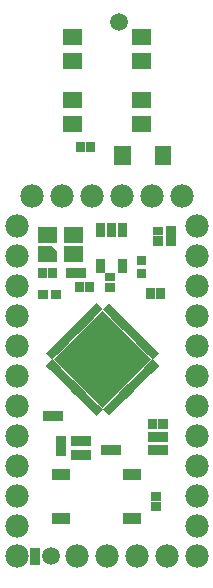
<source format=gts>
G04 Layer: TopSolderMaskLayer*
G04 EasyEDA v6.3.22, 2019-12-31T17:55:44+09:00*
G04 0184c6d2394b44c9a03417ace044f3ee,67344a67363949849f01d11c0c7cf016,10*
G04 Gerber Generator version 0.2*
G04 Scale: 100 percent, Rotated: No, Reflected: No *
G04 Dimensions in inches *
G04 leading zeros omitted , absolute positions ,2 integer and 4 decimal *
%FSLAX24Y24*%
%MOIN*%
G90*
G70D02*

%ADD39C,0.078000*%
%ADD40C,0.059400*%
%ADD42R,0.033590X0.031620*%

%LPD*%
G54D39*
G01X1000Y12500D03*
G01X500Y11500D03*
G01X500Y10500D03*
G01X500Y9500D03*
G01X500Y8500D03*
G01X500Y7500D03*
G01X500Y6500D03*
G01X500Y5500D03*
G01X500Y4500D03*
G01X500Y3500D03*
G01X500Y2500D03*
G01X500Y1500D03*
G01X500Y500D03*
G01X2000Y12500D03*
G01X3000Y12500D03*
G01X4000Y12500D03*
G01X5000Y12500D03*
G01X6000Y12500D03*
G01X6500Y11500D03*
G01X6500Y10500D03*
G01X6500Y9500D03*
G01X6500Y8500D03*
G01X6500Y7500D03*
G01X6500Y6500D03*
G01X6500Y5500D03*
G01X6500Y4500D03*
G01X6500Y3500D03*
G01X6500Y2500D03*
G01X6500Y1500D03*
G01X6500Y500D03*
G01X5500Y500D03*
G01X4500Y500D03*
G01X3500Y500D03*
G01X2500Y500D03*
G54D40*
G01X3900Y18300D03*
G01X1630Y500D03*
G36*
G01X934Y209D02*
G01X934Y790D01*
G01X1265Y790D01*
G01X1265Y209D01*
G01X934Y209D01*
G37*
G54D42*
G01X3619Y9796D03*
G36*
G01X3451Y9305D02*
G01X3451Y9621D01*
G01X3788Y9621D01*
G01X3788Y9305D01*
G01X3451Y9305D01*
G37*
G01X5209Y11346D03*
G36*
G01X5042Y10855D02*
G01X5042Y11171D01*
G01X5378Y11171D01*
G01X5378Y10855D01*
G01X5042Y10855D01*
G37*
G36*
G01X5211Y3871D02*
G01X5211Y4207D01*
G01X5528Y4207D01*
G01X5528Y3871D01*
G01X5211Y3871D01*
G37*
G36*
G01X4878Y3871D02*
G01X4878Y4207D01*
G01X5194Y4207D01*
G01X5194Y3871D01*
G01X4878Y3871D01*
G37*
G36*
G01X5211Y4301D02*
G01X5211Y4638D01*
G01X5528Y4638D01*
G01X5528Y4301D01*
G01X5211Y4301D01*
G37*
G36*
G01X4878Y4301D02*
G01X4878Y4638D01*
G01X5194Y4638D01*
G01X5194Y4301D01*
G01X4878Y4301D01*
G37*
G36*
G01X4982Y2342D02*
G01X4982Y2657D01*
G01X5317Y2657D01*
G01X5317Y2342D01*
G01X4982Y2342D01*
G37*
G36*
G01X4982Y2007D02*
G01X4982Y2323D01*
G01X5317Y2323D01*
G01X5317Y2007D01*
G01X4982Y2007D01*
G37*
G36*
G01X5209Y4732D02*
G01X5209Y5067D01*
G01X5525Y5067D01*
G01X5525Y4732D01*
G01X5209Y4732D01*
G37*
G36*
G01X4875Y4732D02*
G01X4875Y5067D01*
G01X5190Y5067D01*
G01X5190Y4732D01*
G01X4875Y4732D01*
G37*
G36*
G01X2086Y10948D02*
G01X2086Y11480D01*
G01X2719Y11480D01*
G01X2719Y10948D01*
G01X2086Y10948D01*
G37*
G36*
G01X1221Y10319D02*
G01X1221Y10851D01*
G01X1686Y10851D01*
G01X1851Y10678D01*
G01X1851Y10319D01*
G01X1221Y10319D01*
G37*
G36*
G01X1221Y10948D02*
G01X1221Y11480D01*
G01X1851Y11480D01*
G01X1851Y10948D01*
G01X1221Y10948D01*
G37*
G36*
G01X2086Y10319D02*
G01X2086Y10851D01*
G01X2719Y10851D01*
G01X2719Y10319D01*
G01X2086Y10319D01*
G37*
G36*
G01X1673Y3051D02*
G01X1673Y3405D01*
G01X2265Y3405D01*
G01X2265Y3051D01*
G01X1673Y3051D01*
G37*
G36*
G01X4034Y3051D02*
G01X4034Y3405D01*
G01X4626Y3405D01*
G01X4626Y3051D01*
G01X4034Y3051D01*
G37*
G36*
G01X1673Y1594D02*
G01X1673Y1948D01*
G01X2265Y1948D01*
G01X2265Y1594D01*
G01X1673Y1594D01*
G37*
G36*
G01X4034Y1594D02*
G01X4034Y1948D01*
G01X4626Y1948D01*
G01X4626Y1594D01*
G01X4034Y1594D01*
G37*
G36*
G01X2796Y13982D02*
G01X2796Y14317D01*
G01X3113Y14317D01*
G01X3113Y13982D01*
G01X2796Y13982D01*
G37*
G36*
G01X2463Y13982D02*
G01X2463Y14317D01*
G01X2778Y14317D01*
G01X2778Y13982D01*
G01X2463Y13982D01*
G37*
G36*
G01X3753Y13534D02*
G01X3753Y14165D01*
G01X4307Y14165D01*
G01X4307Y13534D01*
G01X3753Y13534D01*
G37*
G36*
G01X5092Y13534D02*
G01X5092Y14165D01*
G01X5646Y14165D01*
G01X5646Y13534D01*
G01X5092Y13534D01*
G37*
G36*
G01X1378Y5011D02*
G01X1378Y5348D01*
G01X1694Y5348D01*
G01X1694Y5011D01*
G01X1378Y5011D01*
G37*
G36*
G01X1711Y5011D02*
G01X1711Y5348D01*
G01X2028Y5348D01*
G01X2028Y5011D01*
G01X1711Y5011D01*
G37*
G36*
G01X2025Y14632D02*
G01X2025Y15167D01*
G01X2675Y15167D01*
G01X2675Y14632D01*
G01X2025Y14632D01*
G37*
G36*
G01X2025Y15432D02*
G01X2025Y15967D01*
G01X2675Y15967D01*
G01X2675Y15432D01*
G01X2025Y15432D01*
G37*
G36*
G01X4325Y16732D02*
G01X4325Y17267D01*
G01X4975Y17267D01*
G01X4975Y16732D01*
G01X4325Y16732D01*
G37*
G36*
G01X4325Y17532D02*
G01X4325Y18067D01*
G01X4975Y18067D01*
G01X4975Y17532D01*
G01X4325Y17532D01*
G37*
G36*
G01X2025Y16732D02*
G01X2025Y17267D01*
G01X2675Y17267D01*
G01X2675Y16732D01*
G01X2025Y16732D01*
G37*
G36*
G01X2025Y17532D02*
G01X2025Y18067D01*
G01X2675Y18067D01*
G01X2675Y17532D01*
G01X2025Y17532D01*
G37*
G36*
G01X4325Y14632D02*
G01X4325Y15167D01*
G01X4975Y15167D01*
G01X4975Y14632D01*
G01X4325Y14632D01*
G37*
G36*
G01X4325Y15432D02*
G01X4325Y15967D01*
G01X4975Y15967D01*
G01X4975Y15432D01*
G01X4325Y15432D01*
G37*
G36*
G01X3886Y9953D02*
G01X3886Y10426D01*
G01X4182Y10426D01*
G01X4182Y9953D01*
G01X3886Y9953D01*
G37*
G36*
G01X3138Y9953D02*
G01X3138Y10426D01*
G01X3434Y10426D01*
G01X3434Y9953D01*
G01X3138Y9953D01*
G37*
G36*
G01X3138Y11134D02*
G01X3138Y11607D01*
G01X3434Y11607D01*
G01X3434Y11134D01*
G01X3138Y11134D01*
G37*
G36*
G01X3511Y11134D02*
G01X3511Y11607D01*
G01X3807Y11607D01*
G01X3807Y11134D01*
G01X3511Y11134D01*
G37*
G36*
G01X3886Y11134D02*
G01X3886Y11607D01*
G01X4182Y11607D01*
G01X4182Y11134D01*
G01X3886Y11134D01*
G37*
G36*
G01X5132Y9092D02*
G01X5132Y9428D01*
G01X5448Y9428D01*
G01X5448Y9092D01*
G01X5132Y9092D01*
G37*
G36*
G01X4798Y9092D02*
G01X4798Y9428D01*
G01X5113Y9428D01*
G01X5113Y9092D01*
G01X4798Y9092D01*
G37*
G36*
G01X2155Y9782D02*
G01X2155Y10117D01*
G01X2471Y10117D01*
G01X2471Y9782D01*
G01X2155Y9782D01*
G37*
G36*
G01X2488Y9782D02*
G01X2488Y10117D01*
G01X2805Y10117D01*
G01X2805Y9782D01*
G01X2488Y9782D01*
G37*
G36*
G01X1538Y9782D02*
G01X1538Y10117D01*
G01X1855Y10117D01*
G01X1855Y9782D01*
G01X1538Y9782D01*
G37*
G36*
G01X1205Y9782D02*
G01X1205Y10117D01*
G01X1521Y10117D01*
G01X1521Y9782D01*
G01X1205Y9782D01*
G37*
G36*
G01X1215Y9092D02*
G01X1215Y9367D01*
G01X1532Y9367D01*
G01X1532Y9092D01*
G01X1215Y9092D01*
G37*
G36*
G01X1648Y9092D02*
G01X1648Y9367D01*
G01X1965Y9367D01*
G01X1965Y9092D01*
G01X1648Y9092D01*
G37*
G36*
G01X4521Y10207D02*
G01X4521Y10525D01*
G01X4798Y10525D01*
G01X4798Y10207D01*
G01X4521Y10207D01*
G37*
G36*
G01X4521Y9775D02*
G01X4521Y10092D01*
G01X4798Y10092D01*
G01X4798Y9775D01*
G01X4521Y9775D01*
G37*
G36*
G01X2425Y9301D02*
G01X2425Y9638D01*
G01X2740Y9638D01*
G01X2740Y9301D01*
G01X2425Y9301D01*
G37*
G36*
G01X2759Y9301D02*
G01X2759Y9638D01*
G01X3075Y9638D01*
G01X3075Y9301D01*
G01X2759Y9301D01*
G37*
G36*
G01X5482Y10855D02*
G01X5482Y11171D01*
G01X5817Y11171D01*
G01X5817Y10855D01*
G01X5482Y10855D01*
G37*
G36*
G01X5482Y11188D02*
G01X5482Y11505D01*
G01X5817Y11505D01*
G01X5817Y11188D01*
G01X5482Y11188D01*
G37*
G36*
G01X1801Y4182D02*
G01X1801Y4498D01*
G01X2138Y4498D01*
G01X2138Y4182D01*
G01X1801Y4182D01*
G37*
G36*
G01X1801Y3848D02*
G01X1801Y4163D01*
G01X2138Y4163D01*
G01X2138Y3848D01*
G01X1801Y3848D01*
G37*
G36*
G01X2651Y3711D02*
G01X2651Y4048D01*
G01X2967Y4048D01*
G01X2967Y3711D01*
G01X2651Y3711D01*
G37*
G36*
G01X2317Y3711D02*
G01X2317Y4048D01*
G01X2634Y4048D01*
G01X2634Y3711D01*
G01X2317Y3711D01*
G37*
G36*
G01X2651Y4171D02*
G01X2651Y4507D01*
G01X2967Y4507D01*
G01X2967Y4171D01*
G01X2651Y4171D01*
G37*
G36*
G01X2317Y4171D02*
G01X2317Y4507D01*
G01X2634Y4507D01*
G01X2634Y4171D01*
G01X2317Y4171D01*
G37*
G36*
G01X3321Y3882D02*
G01X3321Y4217D01*
G01X3638Y4217D01*
G01X3638Y3882D01*
G01X3321Y3882D01*
G37*
G36*
G01X3655Y3882D02*
G01X3655Y4217D01*
G01X3971Y4217D01*
G01X3971Y3882D01*
G01X3655Y3882D01*
G37*
G36*
G01X3221Y8600D02*
G01X3011Y8809D01*
G01X3151Y8950D01*
G01X3361Y8740D01*
G01X3221Y8600D01*
G37*
G36*
G01X3082Y8461D02*
G01X2871Y8671D01*
G01X3011Y8811D01*
G01X3221Y8601D01*
G01X3082Y8461D01*
G37*
G36*
G01X2942Y8321D02*
G01X2732Y8532D01*
G01X2873Y8671D01*
G01X3082Y8461D01*
G01X2942Y8321D01*
G37*
G36*
G01X2803Y8182D02*
G01X2594Y8392D01*
G01X2734Y8532D01*
G01X2942Y8323D01*
G01X2803Y8182D01*
G37*
G36*
G01X2663Y8042D02*
G01X2453Y8253D01*
G01X2594Y8392D01*
G01X2803Y8184D01*
G01X2663Y8042D01*
G37*
G36*
G01X2525Y7903D02*
G01X2315Y8113D01*
G01X2455Y8253D01*
G01X2665Y8044D01*
G01X2525Y7903D01*
G37*
G36*
G01X2386Y7765D02*
G01X2176Y7975D01*
G01X2315Y8115D01*
G01X2526Y7905D01*
G01X2386Y7765D01*
G37*
G36*
G01X2246Y7626D02*
G01X2036Y7836D01*
G01X2176Y7976D01*
G01X2386Y7765D01*
G01X2246Y7626D01*
G37*
G36*
G01X2107Y7486D02*
G01X1898Y7696D01*
G01X2038Y7836D01*
G01X2246Y7626D01*
G01X2107Y7486D01*
G37*
G36*
G01X1967Y7346D02*
G01X1757Y7557D01*
G01X1898Y7696D01*
G01X2107Y7488D01*
G01X1967Y7346D01*
G37*
G36*
G01X1828Y7207D02*
G01X1619Y7417D01*
G01X1759Y7557D01*
G01X1969Y7348D01*
G01X1828Y7207D01*
G37*
G36*
G01X1690Y7069D02*
G01X1480Y7278D01*
G01X1619Y7419D01*
G01X1830Y7209D01*
G01X1690Y7069D01*
G37*
G36*
G01X1619Y6721D02*
G01X1480Y6861D01*
G01X1690Y7071D01*
G01X1830Y6930D01*
G01X1619Y6721D01*
G37*
G36*
G01X1759Y6582D02*
G01X1619Y6721D01*
G01X1828Y6932D01*
G01X1969Y6792D01*
G01X1759Y6582D01*
G37*
G36*
G01X1898Y6442D02*
G01X1757Y6582D01*
G01X1967Y6792D01*
G01X2107Y6651D01*
G01X1898Y6442D01*
G37*
G36*
G01X2038Y6303D02*
G01X1898Y6444D01*
G01X2107Y6653D01*
G01X2246Y6513D01*
G01X2038Y6303D01*
G37*
G36*
G01X2176Y6163D02*
G01X2036Y6303D01*
G01X2246Y6513D01*
G01X2386Y6373D01*
G01X2176Y6163D01*
G37*
G36*
G01X2315Y6025D02*
G01X2176Y6165D01*
G01X2386Y6375D01*
G01X2526Y6234D01*
G01X2315Y6025D01*
G37*
G36*
G01X2455Y5886D02*
G01X2315Y6026D01*
G01X2525Y6236D01*
G01X2665Y6096D01*
G01X2455Y5886D01*
G37*
G36*
G01X2594Y5746D02*
G01X2453Y5886D01*
G01X2663Y6096D01*
G01X2803Y5955D01*
G01X2594Y5746D01*
G37*
G36*
G01X2734Y5607D02*
G01X2594Y5748D01*
G01X2803Y5957D01*
G01X2942Y5817D01*
G01X2734Y5607D01*
G37*
G36*
G01X2873Y5467D02*
G01X2732Y5607D01*
G01X2942Y5817D01*
G01X3082Y5678D01*
G01X2873Y5467D01*
G37*
G36*
G01X3011Y5328D02*
G01X2871Y5469D01*
G01X3082Y5678D01*
G01X3221Y5538D01*
G01X3011Y5328D01*
G37*
G36*
G01X3151Y5190D02*
G01X3011Y5330D01*
G01X3221Y5540D01*
G01X3361Y5400D01*
G01X3151Y5190D01*
G37*
G36*
G01X3569Y5190D02*
G01X3359Y5400D01*
G01X3498Y5540D01*
G01X3709Y5330D01*
G01X3569Y5190D01*
G37*
G36*
G01X3707Y5328D02*
G01X3498Y5538D01*
G01X3638Y5678D01*
G01X3848Y5469D01*
G01X3707Y5328D01*
G37*
G36*
G01X3846Y5467D02*
G01X3636Y5678D01*
G01X3778Y5817D01*
G01X3986Y5607D01*
G01X3846Y5467D01*
G37*
G36*
G01X3986Y5607D02*
G01X3776Y5817D01*
G01X3917Y5957D01*
G01X4126Y5748D01*
G01X3986Y5607D01*
G37*
G36*
G01X4126Y5746D02*
G01X3915Y5955D01*
G01X4055Y6096D01*
G01X4265Y5886D01*
G01X4126Y5746D01*
G37*
G36*
G01X4265Y5886D02*
G01X4055Y6096D01*
G01X4194Y6236D01*
G01X4405Y6026D01*
G01X4265Y5886D01*
G37*
G36*
G01X4403Y6025D02*
G01X4194Y6234D01*
G01X4334Y6375D01*
G01X4544Y6165D01*
G01X4403Y6025D01*
G37*
G36*
G01X4542Y6163D02*
G01X4332Y6373D01*
G01X4473Y6513D01*
G01X4682Y6303D01*
G01X4542Y6163D01*
G37*
G36*
G01X4682Y6303D02*
G01X4473Y6513D01*
G01X4613Y6653D01*
G01X4821Y6444D01*
G01X4682Y6303D01*
G37*
G36*
G01X4821Y6442D02*
G01X4611Y6651D01*
G01X4751Y6792D01*
G01X4961Y6582D01*
G01X4821Y6442D01*
G37*
G36*
G01X4961Y6582D02*
G01X4751Y6792D01*
G01X4890Y6932D01*
G01X5101Y6721D01*
G01X4961Y6582D01*
G37*
G36*
G01X5100Y6721D02*
G01X4890Y6930D01*
G01X5030Y7071D01*
G01X5240Y6861D01*
G01X5100Y6721D01*
G37*
G36*
G01X5030Y7069D02*
G01X4890Y7209D01*
G01X5100Y7419D01*
G01X5240Y7278D01*
G01X5030Y7069D01*
G37*
G36*
G01X4890Y7207D02*
G01X4751Y7348D01*
G01X4961Y7557D01*
G01X5101Y7417D01*
G01X4890Y7207D01*
G37*
G36*
G01X4751Y7346D02*
G01X4611Y7488D01*
G01X4821Y7696D01*
G01X4961Y7557D01*
G01X4751Y7346D01*
G37*
G36*
G01X4613Y7486D02*
G01X4473Y7626D01*
G01X4682Y7836D01*
G01X4821Y7696D01*
G01X4613Y7486D01*
G37*
G36*
G01X4473Y7626D02*
G01X4332Y7765D01*
G01X4542Y7976D01*
G01X4682Y7836D01*
G01X4473Y7626D01*
G37*
G36*
G01X4334Y7765D02*
G01X4194Y7905D01*
G01X4403Y8115D01*
G01X4544Y7975D01*
G01X4334Y7765D01*
G37*
G36*
G01X4194Y7903D02*
G01X4055Y8044D01*
G01X4265Y8253D01*
G01X4405Y8113D01*
G01X4194Y7903D01*
G37*
G36*
G01X4055Y8042D02*
G01X3915Y8184D01*
G01X4126Y8392D01*
G01X4265Y8253D01*
G01X4055Y8042D01*
G37*
G36*
G01X3917Y8182D02*
G01X3776Y8323D01*
G01X3986Y8532D01*
G01X4126Y8392D01*
G01X3917Y8182D01*
G37*
G36*
G01X3778Y8321D02*
G01X3636Y8461D01*
G01X3846Y8671D01*
G01X3986Y8532D01*
G01X3778Y8321D01*
G37*
G36*
G01X3638Y8461D02*
G01X3498Y8601D01*
G01X3707Y8811D01*
G01X3848Y8671D01*
G01X3638Y8461D01*
G37*
G36*
G01X3498Y8600D02*
G01X3359Y8740D01*
G01X3569Y8950D01*
G01X3709Y8809D01*
G01X3498Y8600D01*
G37*
G36*
G01X3359Y5453D02*
G01X1744Y7069D01*
G01X3359Y8686D01*
G01X4976Y7069D01*
G01X3359Y5453D01*
G37*
M00*
M02*

</source>
